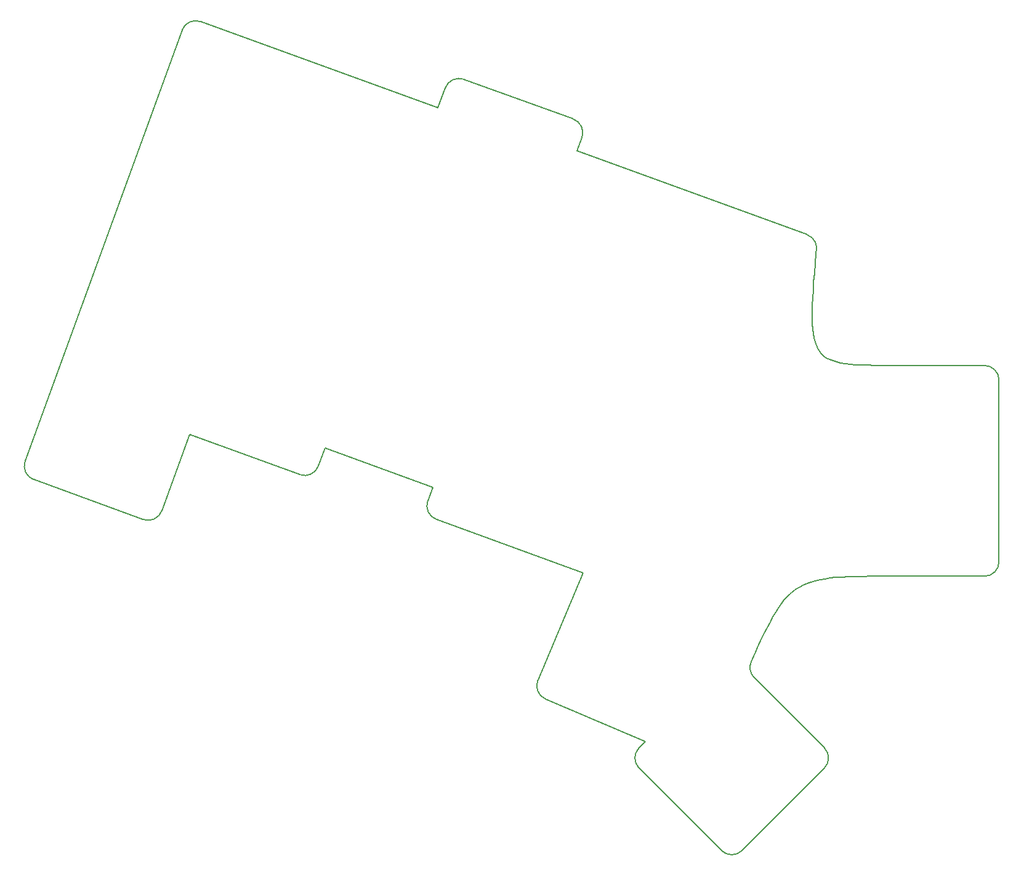
<source format=gm1>
%TF.GenerationSoftware,KiCad,Pcbnew,(6.0.11)*%
%TF.CreationDate,2024-04-13T23:11:30+09:00*%
%TF.ProjectId,haqua34_left-bottom-plate,68617175-6133-4345-9f6c-6566742d626f,rev?*%
%TF.SameCoordinates,Original*%
%TF.FileFunction,Profile,NP*%
%FSLAX46Y46*%
G04 Gerber Fmt 4.6, Leading zero omitted, Abs format (unit mm)*
G04 Created by KiCad (PCBNEW (6.0.11)) date 2024-04-13 23:11:30*
%MOMM*%
%LPD*%
G01*
G04 APERTURE LIST*
%TA.AperFunction,Profile*%
%ADD10C,0.200000*%
%TD*%
%ADD11C,0.200000*%
G04 APERTURE END LIST*
D10*
X127136916Y-54634625D02*
G75*
G03*
X125941527Y-52071184I-1879416J684025D01*
G01*
X95170636Y-98586065D02*
X88913820Y-113326201D01*
X152312835Y-72050465D02*
G75*
G03*
X150312760Y-70050465I-2000035J-35D01*
G01*
X94972052Y-38715715D02*
X94302427Y-40555493D01*
X18407864Y-83206036D02*
G75*
G03*
X19603200Y-85769459I1879336J-684064D01*
G01*
X103707931Y-121778650D02*
X102836575Y-122650005D01*
X88913849Y-113326214D02*
G75*
G03*
X89973367Y-115948673I1840951J-781486D01*
G01*
X95765379Y-118407236D02*
X103707931Y-121778650D01*
X42543069Y-22742688D02*
X75178806Y-34621125D01*
X59622917Y-81435897D02*
X74438153Y-86828202D01*
D11*
X138312760Y-99050465D02*
X137011568Y-99050823D01*
X135787985Y-99053329D01*
X134638600Y-99060133D01*
X133560003Y-99073381D01*
X132548782Y-99095224D01*
X131601527Y-99127809D01*
X130714828Y-99173284D01*
X129885272Y-99233799D01*
X129109451Y-99311501D01*
X128383952Y-99408540D01*
X127705365Y-99527063D01*
X127070279Y-99669218D01*
X126475284Y-99837156D01*
X125916968Y-100033023D01*
X125391921Y-100258968D01*
X124896733Y-100517141D01*
X124427992Y-100809688D01*
X123982287Y-101138759D01*
X123556208Y-101506502D01*
X123146344Y-101915066D01*
X122749285Y-102366599D01*
X122361619Y-102863250D01*
X121979936Y-103407166D01*
X121600824Y-104000496D01*
X121220874Y-104645390D01*
X120836674Y-105343995D01*
X120444814Y-106098459D01*
X120041883Y-106910932D01*
X119624470Y-107783561D01*
X119189164Y-108718496D01*
X118732554Y-109717884D01*
X118251231Y-110783874D01*
D10*
X78741625Y-30679968D02*
X93776707Y-36152290D01*
X138312760Y-99050465D02*
X150312760Y-99050465D01*
X94302427Y-40555493D02*
X125941527Y-52071184D01*
X94972101Y-38715733D02*
G75*
G03*
X93776707Y-36152290I-1879401J684033D01*
G01*
X75178806Y-34621125D02*
X76178199Y-31875312D01*
X34638272Y-91241810D02*
G75*
G03*
X37201707Y-90046436I684028J1879410D01*
G01*
X89973367Y-115948673D02*
X95765379Y-118407236D01*
X150312760Y-99050460D02*
G75*
G03*
X152312760Y-97050465I40J1999960D01*
G01*
X128292401Y-125478414D02*
G75*
G03*
X128292419Y-122650005I-1414201J1414214D01*
G01*
X102836557Y-122649987D02*
G75*
G03*
X102836575Y-125478432I1414243J-1414213D01*
G01*
X37201707Y-90046436D02*
X41018354Y-79560287D01*
X42543051Y-22742737D02*
G75*
G03*
X39979643Y-23938033I-684051J-1879363D01*
G01*
X118251184Y-110783853D02*
G75*
G03*
X118660975Y-113018561I1824016J-820447D01*
G01*
X39979643Y-23938033D02*
X18407855Y-83206033D01*
X19603200Y-85769459D02*
X34638282Y-91241781D01*
X56170029Y-85075019D02*
G75*
G03*
X58733446Y-83879697I684071J1879319D01*
G01*
X78741622Y-30679975D02*
G75*
G03*
X76178199Y-31875312I-684022J-1879425D01*
G01*
X74963873Y-91231405D02*
X95170636Y-98586065D01*
X138312760Y-70050465D02*
X150312760Y-70050465D01*
X41018354Y-79560287D02*
X56170021Y-85075042D01*
D11*
X127136872Y-54634609D02*
X127028651Y-56035152D01*
X126929481Y-57348191D01*
X126841407Y-58576548D01*
X126766477Y-59723045D01*
X126706736Y-60790507D01*
X126664231Y-61781755D01*
X126641008Y-62699612D01*
X126639113Y-63546900D01*
X126660594Y-64326444D01*
X126707495Y-65041064D01*
X126781865Y-65693585D01*
X126885748Y-66286828D01*
X127021192Y-66823616D01*
X127190242Y-67306773D01*
X127394946Y-67739121D01*
X127637349Y-68123483D01*
X127919498Y-68462680D01*
X128243439Y-68759537D01*
X128611218Y-69016876D01*
X129024883Y-69237519D01*
X129486479Y-69424289D01*
X129998052Y-69580010D01*
X130561650Y-69707503D01*
X131179318Y-69809592D01*
X131853102Y-69889099D01*
X132585050Y-69948846D01*
X133377208Y-69991658D01*
X134231621Y-70020355D01*
X135150336Y-70037762D01*
X136135400Y-70046701D01*
X137188859Y-70049994D01*
X138312760Y-70050465D01*
D10*
X102836575Y-125478432D02*
X114150284Y-136792141D01*
X74438153Y-86828202D02*
X73768529Y-88667980D01*
X114150284Y-136792141D02*
G75*
G03*
X116978711Y-136792141I1414214J1414215D01*
G01*
X152312760Y-97050465D02*
X152312760Y-72050465D01*
X116978711Y-136792141D02*
X128292419Y-125478432D01*
X73768497Y-88667968D02*
G75*
G03*
X74963873Y-91231405I1879403J-684032D01*
G01*
X58733446Y-83879697D02*
X59622917Y-81435897D01*
X128292419Y-122650005D02*
X118660975Y-113018561D01*
M02*

</source>
